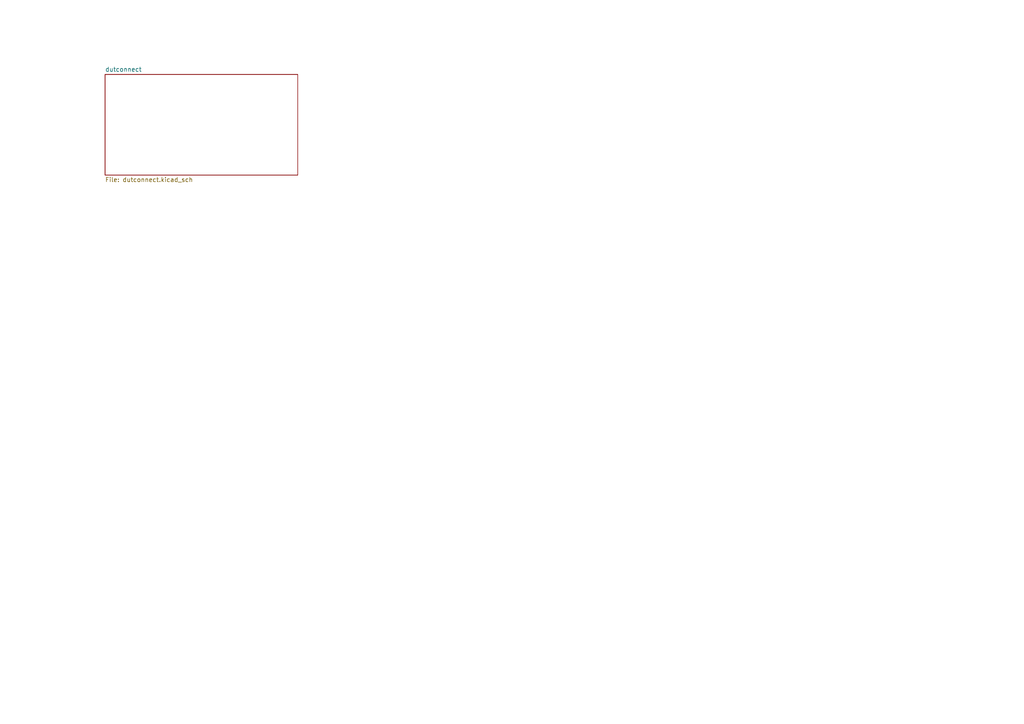
<source format=kicad_sch>
(kicad_sch (version 20230121) (generator eeschema)
  (paper "A4")
  (lib_symbols)
  (sheet (at 30.48 21.59) (size 55.88 29.21)
    (property "Sheetname" "dutconnect" (at 30.48 20.8784 0) (effects (justify left bottom)))
    (property "Sheetfile" "dutconnect.kicad_sch" (at 30.48 51.3846 0) (effects (justify left top)))
  )
)
</source>
